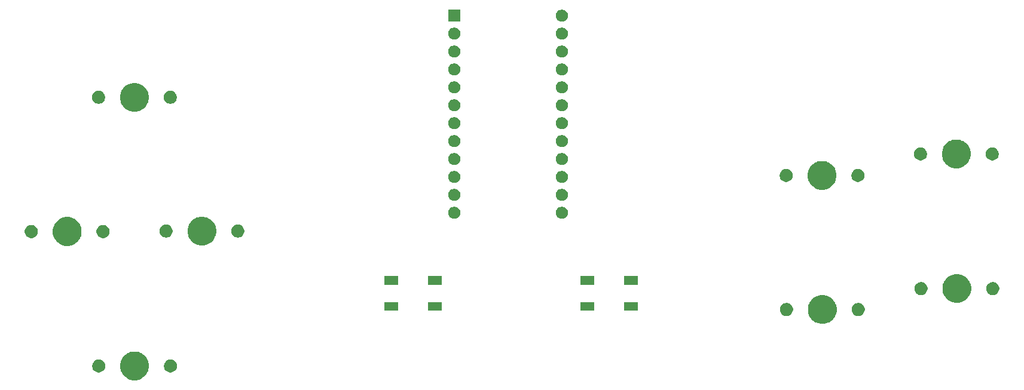
<source format=gts>
G04 #@! TF.GenerationSoftware,KiCad,Pcbnew,(5.1.4)-1*
G04 #@! TF.CreationDate,2022-05-26T19:20:09-08:00*
G04 #@! TF.ProjectId,No2 controller PCB,4e6f3220-636f-46e7-9472-6f6c6c657220,rev?*
G04 #@! TF.SameCoordinates,Original*
G04 #@! TF.FileFunction,Soldermask,Top*
G04 #@! TF.FilePolarity,Negative*
%FSLAX46Y46*%
G04 Gerber Fmt 4.6, Leading zero omitted, Abs format (unit mm)*
G04 Created by KiCad (PCBNEW (5.1.4)-1) date 2022-05-26 19:20:09*
%MOMM*%
%LPD*%
G04 APERTURE LIST*
%ADD10C,0.100000*%
G04 APERTURE END LIST*
D10*
G36*
X85294236Y-91024655D02*
G01*
X85512236Y-91114954D01*
X85666385Y-91178804D01*
X86001310Y-91402594D01*
X86286139Y-91687423D01*
X86509929Y-92022348D01*
X86542324Y-92100557D01*
X86664078Y-92394497D01*
X86742662Y-92789565D01*
X86742662Y-93192377D01*
X86664078Y-93587445D01*
X86613213Y-93710243D01*
X86509929Y-93959594D01*
X86286139Y-94294519D01*
X86001310Y-94579348D01*
X85666385Y-94803138D01*
X85512236Y-94866988D01*
X85294236Y-94957287D01*
X84899168Y-95035871D01*
X84496356Y-95035871D01*
X84101288Y-94957287D01*
X83883288Y-94866988D01*
X83729139Y-94803138D01*
X83394214Y-94579348D01*
X83109385Y-94294519D01*
X82885595Y-93959594D01*
X82782311Y-93710243D01*
X82731446Y-93587445D01*
X82652862Y-93192377D01*
X82652862Y-92789565D01*
X82731446Y-92394497D01*
X82853200Y-92100557D01*
X82885595Y-92022348D01*
X83109385Y-91687423D01*
X83394214Y-91402594D01*
X83729139Y-91178804D01*
X83883288Y-91114954D01*
X84101288Y-91024655D01*
X84496356Y-90946071D01*
X84899168Y-90946071D01*
X85294236Y-91024655D01*
X85294236Y-91024655D01*
G37*
G36*
X90047866Y-92100556D02*
G01*
X90216388Y-92170360D01*
X90368053Y-92271699D01*
X90497034Y-92400680D01*
X90598373Y-92552345D01*
X90668177Y-92720867D01*
X90703762Y-92899768D01*
X90703762Y-93082174D01*
X90668177Y-93261075D01*
X90598373Y-93429597D01*
X90497034Y-93581262D01*
X90368053Y-93710243D01*
X90216388Y-93811582D01*
X90047866Y-93881386D01*
X89868965Y-93916971D01*
X89686559Y-93916971D01*
X89507658Y-93881386D01*
X89339136Y-93811582D01*
X89187471Y-93710243D01*
X89058490Y-93581262D01*
X88957151Y-93429597D01*
X88887347Y-93261075D01*
X88851762Y-93082174D01*
X88851762Y-92899768D01*
X88887347Y-92720867D01*
X88957151Y-92552345D01*
X89058490Y-92400680D01*
X89187471Y-92271699D01*
X89339136Y-92170360D01*
X89507658Y-92100556D01*
X89686559Y-92064971D01*
X89868965Y-92064971D01*
X90047866Y-92100556D01*
X90047866Y-92100556D01*
G37*
G36*
X79887866Y-92100556D02*
G01*
X80056388Y-92170360D01*
X80208053Y-92271699D01*
X80337034Y-92400680D01*
X80438373Y-92552345D01*
X80508177Y-92720867D01*
X80543762Y-92899768D01*
X80543762Y-93082174D01*
X80508177Y-93261075D01*
X80438373Y-93429597D01*
X80337034Y-93581262D01*
X80208053Y-93710243D01*
X80056388Y-93811582D01*
X79887866Y-93881386D01*
X79708965Y-93916971D01*
X79526559Y-93916971D01*
X79347658Y-93881386D01*
X79179136Y-93811582D01*
X79027471Y-93710243D01*
X78898490Y-93581262D01*
X78797151Y-93429597D01*
X78727347Y-93261075D01*
X78691762Y-93082174D01*
X78691762Y-92899768D01*
X78727347Y-92720867D01*
X78797151Y-92552345D01*
X78898490Y-92400680D01*
X79027471Y-92271699D01*
X79179136Y-92170360D01*
X79347658Y-92100556D01*
X79526559Y-92064971D01*
X79708965Y-92064971D01*
X79887866Y-92100556D01*
X79887866Y-92100556D01*
G37*
G36*
X182714965Y-83018965D02*
G01*
X182932965Y-83109264D01*
X183087114Y-83173114D01*
X183422039Y-83396904D01*
X183706868Y-83681733D01*
X183930658Y-84016658D01*
X183963053Y-84094867D01*
X184084807Y-84388807D01*
X184163391Y-84783875D01*
X184163391Y-85186687D01*
X184084807Y-85581755D01*
X184033942Y-85704553D01*
X183930658Y-85953904D01*
X183706868Y-86288829D01*
X183422039Y-86573658D01*
X183087114Y-86797448D01*
X182932965Y-86861298D01*
X182714965Y-86951597D01*
X182319897Y-87030181D01*
X181917085Y-87030181D01*
X181522017Y-86951597D01*
X181304017Y-86861298D01*
X181149868Y-86797448D01*
X180814943Y-86573658D01*
X180530114Y-86288829D01*
X180306324Y-85953904D01*
X180203040Y-85704553D01*
X180152175Y-85581755D01*
X180073591Y-85186687D01*
X180073591Y-84783875D01*
X180152175Y-84388807D01*
X180273929Y-84094867D01*
X180306324Y-84016658D01*
X180530114Y-83681733D01*
X180814943Y-83396904D01*
X181149868Y-83173114D01*
X181304017Y-83109264D01*
X181522017Y-83018965D01*
X181917085Y-82940381D01*
X182319897Y-82940381D01*
X182714965Y-83018965D01*
X182714965Y-83018965D01*
G37*
G36*
X177308595Y-84094866D02*
G01*
X177477117Y-84164670D01*
X177628782Y-84266009D01*
X177757763Y-84394990D01*
X177859102Y-84546655D01*
X177928906Y-84715177D01*
X177964491Y-84894078D01*
X177964491Y-85076484D01*
X177928906Y-85255385D01*
X177859102Y-85423907D01*
X177757763Y-85575572D01*
X177628782Y-85704553D01*
X177477117Y-85805892D01*
X177308595Y-85875696D01*
X177129694Y-85911281D01*
X176947288Y-85911281D01*
X176768387Y-85875696D01*
X176599865Y-85805892D01*
X176448200Y-85704553D01*
X176319219Y-85575572D01*
X176217880Y-85423907D01*
X176148076Y-85255385D01*
X176112491Y-85076484D01*
X176112491Y-84894078D01*
X176148076Y-84715177D01*
X176217880Y-84546655D01*
X176319219Y-84394990D01*
X176448200Y-84266009D01*
X176599865Y-84164670D01*
X176768387Y-84094866D01*
X176947288Y-84059281D01*
X177129694Y-84059281D01*
X177308595Y-84094866D01*
X177308595Y-84094866D01*
G37*
G36*
X187468595Y-84094866D02*
G01*
X187637117Y-84164670D01*
X187788782Y-84266009D01*
X187917763Y-84394990D01*
X188019102Y-84546655D01*
X188088906Y-84715177D01*
X188124491Y-84894078D01*
X188124491Y-85076484D01*
X188088906Y-85255385D01*
X188019102Y-85423907D01*
X187917763Y-85575572D01*
X187788782Y-85704553D01*
X187637117Y-85805892D01*
X187468595Y-85875696D01*
X187289694Y-85911281D01*
X187107288Y-85911281D01*
X186928387Y-85875696D01*
X186759865Y-85805892D01*
X186608200Y-85704553D01*
X186479219Y-85575572D01*
X186377880Y-85423907D01*
X186308076Y-85255385D01*
X186272491Y-85076484D01*
X186272491Y-84894078D01*
X186308076Y-84715177D01*
X186377880Y-84546655D01*
X186479219Y-84394990D01*
X186608200Y-84266009D01*
X186759865Y-84164670D01*
X186928387Y-84094866D01*
X187107288Y-84059281D01*
X187289694Y-84059281D01*
X187468595Y-84094866D01*
X187468595Y-84094866D01*
G37*
G36*
X155974750Y-85159750D02*
G01*
X154072750Y-85159750D01*
X154072750Y-83957750D01*
X155974750Y-83957750D01*
X155974750Y-85159750D01*
X155974750Y-85159750D01*
G37*
G36*
X128193500Y-85159750D02*
G01*
X126291500Y-85159750D01*
X126291500Y-83957750D01*
X128193500Y-83957750D01*
X128193500Y-85159750D01*
X128193500Y-85159750D01*
G37*
G36*
X121993500Y-85159750D02*
G01*
X120091500Y-85159750D01*
X120091500Y-83957750D01*
X121993500Y-83957750D01*
X121993500Y-85159750D01*
X121993500Y-85159750D01*
G37*
G36*
X149774750Y-85159750D02*
G01*
X147872750Y-85159750D01*
X147872750Y-83957750D01*
X149774750Y-83957750D01*
X149774750Y-85159750D01*
X149774750Y-85159750D01*
G37*
G36*
X201765979Y-80046808D02*
G01*
X201983979Y-80137107D01*
X202138128Y-80200957D01*
X202473053Y-80424747D01*
X202757882Y-80709576D01*
X202981672Y-81044501D01*
X203014067Y-81122710D01*
X203135821Y-81416650D01*
X203214405Y-81811718D01*
X203214405Y-82214530D01*
X203135821Y-82609598D01*
X203084956Y-82732396D01*
X202981672Y-82981747D01*
X202757882Y-83316672D01*
X202473053Y-83601501D01*
X202138128Y-83825291D01*
X201983979Y-83889141D01*
X201765979Y-83979440D01*
X201370911Y-84058024D01*
X200968099Y-84058024D01*
X200573031Y-83979440D01*
X200355031Y-83889141D01*
X200200882Y-83825291D01*
X199865957Y-83601501D01*
X199581128Y-83316672D01*
X199357338Y-82981747D01*
X199254054Y-82732396D01*
X199203189Y-82609598D01*
X199124605Y-82214530D01*
X199124605Y-81811718D01*
X199203189Y-81416650D01*
X199324943Y-81122710D01*
X199357338Y-81044501D01*
X199581128Y-80709576D01*
X199865957Y-80424747D01*
X200200882Y-80200957D01*
X200355031Y-80137107D01*
X200573031Y-80046808D01*
X200968099Y-79968224D01*
X201370911Y-79968224D01*
X201765979Y-80046808D01*
X201765979Y-80046808D01*
G37*
G36*
X196359609Y-81122709D02*
G01*
X196528131Y-81192513D01*
X196679796Y-81293852D01*
X196808777Y-81422833D01*
X196910116Y-81574498D01*
X196979920Y-81743020D01*
X197015505Y-81921921D01*
X197015505Y-82104327D01*
X196979920Y-82283228D01*
X196910116Y-82451750D01*
X196808777Y-82603415D01*
X196679796Y-82732396D01*
X196528131Y-82833735D01*
X196359609Y-82903539D01*
X196180708Y-82939124D01*
X195998302Y-82939124D01*
X195819401Y-82903539D01*
X195650879Y-82833735D01*
X195499214Y-82732396D01*
X195370233Y-82603415D01*
X195268894Y-82451750D01*
X195199090Y-82283228D01*
X195163505Y-82104327D01*
X195163505Y-81921921D01*
X195199090Y-81743020D01*
X195268894Y-81574498D01*
X195370233Y-81422833D01*
X195499214Y-81293852D01*
X195650879Y-81192513D01*
X195819401Y-81122709D01*
X195998302Y-81087124D01*
X196180708Y-81087124D01*
X196359609Y-81122709D01*
X196359609Y-81122709D01*
G37*
G36*
X206519609Y-81122709D02*
G01*
X206688131Y-81192513D01*
X206839796Y-81293852D01*
X206968777Y-81422833D01*
X207070116Y-81574498D01*
X207139920Y-81743020D01*
X207175505Y-81921921D01*
X207175505Y-82104327D01*
X207139920Y-82283228D01*
X207070116Y-82451750D01*
X206968777Y-82603415D01*
X206839796Y-82732396D01*
X206688131Y-82833735D01*
X206519609Y-82903539D01*
X206340708Y-82939124D01*
X206158302Y-82939124D01*
X205979401Y-82903539D01*
X205810879Y-82833735D01*
X205659214Y-82732396D01*
X205530233Y-82603415D01*
X205428894Y-82451750D01*
X205359090Y-82283228D01*
X205323505Y-82104327D01*
X205323505Y-81921921D01*
X205359090Y-81743020D01*
X205428894Y-81574498D01*
X205530233Y-81422833D01*
X205659214Y-81293852D01*
X205810879Y-81192513D01*
X205979401Y-81122709D01*
X206158302Y-81087124D01*
X206340708Y-81087124D01*
X206519609Y-81122709D01*
X206519609Y-81122709D01*
G37*
G36*
X149774750Y-81459750D02*
G01*
X147872750Y-81459750D01*
X147872750Y-80257750D01*
X149774750Y-80257750D01*
X149774750Y-81459750D01*
X149774750Y-81459750D01*
G37*
G36*
X155974750Y-81459750D02*
G01*
X154072750Y-81459750D01*
X154072750Y-80257750D01*
X155974750Y-80257750D01*
X155974750Y-81459750D01*
X155974750Y-81459750D01*
G37*
G36*
X128193500Y-81459750D02*
G01*
X126291500Y-81459750D01*
X126291500Y-80257750D01*
X128193500Y-80257750D01*
X128193500Y-81459750D01*
X128193500Y-81459750D01*
G37*
G36*
X121993500Y-81459750D02*
G01*
X120091500Y-81459750D01*
X120091500Y-80257750D01*
X121993500Y-80257750D01*
X121993500Y-81459750D01*
X121993500Y-81459750D01*
G37*
G36*
X75751176Y-71969219D02*
G01*
X75904908Y-72032897D01*
X76123325Y-72123368D01*
X76458250Y-72347158D01*
X76743079Y-72631987D01*
X76966869Y-72966912D01*
X76999264Y-73045121D01*
X77121018Y-73339061D01*
X77199602Y-73734129D01*
X77199602Y-74136941D01*
X77121018Y-74532009D01*
X77030719Y-74750009D01*
X76966869Y-74904158D01*
X76743079Y-75239083D01*
X76458250Y-75523912D01*
X76123325Y-75747702D01*
X75969176Y-75811552D01*
X75751176Y-75901851D01*
X75356108Y-75980435D01*
X74953296Y-75980435D01*
X74558228Y-75901851D01*
X74340228Y-75811552D01*
X74186079Y-75747702D01*
X73851154Y-75523912D01*
X73566325Y-75239083D01*
X73342535Y-74904158D01*
X73278685Y-74750009D01*
X73188386Y-74532009D01*
X73109802Y-74136941D01*
X73109802Y-73734129D01*
X73188386Y-73339061D01*
X73310140Y-73045121D01*
X73342535Y-72966912D01*
X73566325Y-72631987D01*
X73851154Y-72347158D01*
X74186079Y-72123368D01*
X74404496Y-72032897D01*
X74558228Y-71969219D01*
X74953296Y-71890635D01*
X75356108Y-71890635D01*
X75751176Y-71969219D01*
X75751176Y-71969219D01*
G37*
G36*
X94837297Y-71907849D02*
G01*
X94985457Y-71969219D01*
X95209446Y-72061998D01*
X95544371Y-72285788D01*
X95829200Y-72570617D01*
X96052990Y-72905542D01*
X96085385Y-72983751D01*
X96207139Y-73277691D01*
X96285723Y-73672759D01*
X96285723Y-74075571D01*
X96207139Y-74470639D01*
X96156274Y-74593437D01*
X96052990Y-74842788D01*
X95829200Y-75177713D01*
X95544371Y-75462542D01*
X95209446Y-75686332D01*
X95061285Y-75747702D01*
X94837297Y-75840481D01*
X94442229Y-75919065D01*
X94039417Y-75919065D01*
X93644349Y-75840481D01*
X93420361Y-75747702D01*
X93272200Y-75686332D01*
X92937275Y-75462542D01*
X92652446Y-75177713D01*
X92428656Y-74842788D01*
X92325372Y-74593437D01*
X92274507Y-74470639D01*
X92195923Y-74075571D01*
X92195923Y-73672759D01*
X92274507Y-73277691D01*
X92396261Y-72983751D01*
X92428656Y-72905542D01*
X92652446Y-72570617D01*
X92937275Y-72285788D01*
X93272200Y-72061998D01*
X93496189Y-71969219D01*
X93644349Y-71907849D01*
X94039417Y-71829265D01*
X94442229Y-71829265D01*
X94837297Y-71907849D01*
X94837297Y-71907849D01*
G37*
G36*
X80504806Y-73045120D02*
G01*
X80673328Y-73114924D01*
X80824993Y-73216263D01*
X80953974Y-73345244D01*
X81055313Y-73496909D01*
X81125117Y-73665431D01*
X81160702Y-73844332D01*
X81160702Y-74026738D01*
X81125117Y-74205639D01*
X81055313Y-74374161D01*
X80953974Y-74525826D01*
X80824993Y-74654807D01*
X80673328Y-74756146D01*
X80504806Y-74825950D01*
X80325905Y-74861535D01*
X80143499Y-74861535D01*
X79964598Y-74825950D01*
X79796076Y-74756146D01*
X79644411Y-74654807D01*
X79515430Y-74525826D01*
X79414091Y-74374161D01*
X79344287Y-74205639D01*
X79308702Y-74026738D01*
X79308702Y-73844332D01*
X79344287Y-73665431D01*
X79414091Y-73496909D01*
X79515430Y-73345244D01*
X79644411Y-73216263D01*
X79796076Y-73114924D01*
X79964598Y-73045120D01*
X80143499Y-73009535D01*
X80325905Y-73009535D01*
X80504806Y-73045120D01*
X80504806Y-73045120D01*
G37*
G36*
X70344806Y-73045120D02*
G01*
X70513328Y-73114924D01*
X70664993Y-73216263D01*
X70793974Y-73345244D01*
X70895313Y-73496909D01*
X70965117Y-73665431D01*
X71000702Y-73844332D01*
X71000702Y-74026738D01*
X70965117Y-74205639D01*
X70895313Y-74374161D01*
X70793974Y-74525826D01*
X70664993Y-74654807D01*
X70513328Y-74756146D01*
X70344806Y-74825950D01*
X70165905Y-74861535D01*
X69983499Y-74861535D01*
X69804598Y-74825950D01*
X69636076Y-74756146D01*
X69484411Y-74654807D01*
X69355430Y-74525826D01*
X69254091Y-74374161D01*
X69184287Y-74205639D01*
X69148702Y-74026738D01*
X69148702Y-73844332D01*
X69184287Y-73665431D01*
X69254091Y-73496909D01*
X69355430Y-73345244D01*
X69484411Y-73216263D01*
X69636076Y-73114924D01*
X69804598Y-73045120D01*
X69983499Y-73009535D01*
X70165905Y-73009535D01*
X70344806Y-73045120D01*
X70344806Y-73045120D01*
G37*
G36*
X99590927Y-72983750D02*
G01*
X99759449Y-73053554D01*
X99911114Y-73154893D01*
X100040095Y-73283874D01*
X100141434Y-73435539D01*
X100211238Y-73604061D01*
X100246823Y-73782962D01*
X100246823Y-73965368D01*
X100211238Y-74144269D01*
X100141434Y-74312791D01*
X100040095Y-74464456D01*
X99911114Y-74593437D01*
X99759449Y-74694776D01*
X99590927Y-74764580D01*
X99412026Y-74800165D01*
X99229620Y-74800165D01*
X99050719Y-74764580D01*
X98882197Y-74694776D01*
X98730532Y-74593437D01*
X98601551Y-74464456D01*
X98500212Y-74312791D01*
X98430408Y-74144269D01*
X98394823Y-73965368D01*
X98394823Y-73782962D01*
X98430408Y-73604061D01*
X98500212Y-73435539D01*
X98601551Y-73283874D01*
X98730532Y-73154893D01*
X98882197Y-73053554D01*
X99050719Y-72983750D01*
X99229620Y-72948165D01*
X99412026Y-72948165D01*
X99590927Y-72983750D01*
X99590927Y-72983750D01*
G37*
G36*
X89430927Y-72983750D02*
G01*
X89599449Y-73053554D01*
X89751114Y-73154893D01*
X89880095Y-73283874D01*
X89981434Y-73435539D01*
X90051238Y-73604061D01*
X90086823Y-73782962D01*
X90086823Y-73965368D01*
X90051238Y-74144269D01*
X89981434Y-74312791D01*
X89880095Y-74464456D01*
X89751114Y-74593437D01*
X89599449Y-74694776D01*
X89430927Y-74764580D01*
X89252026Y-74800165D01*
X89069620Y-74800165D01*
X88890719Y-74764580D01*
X88722197Y-74694776D01*
X88570532Y-74593437D01*
X88441551Y-74464456D01*
X88340212Y-74312791D01*
X88270408Y-74144269D01*
X88234823Y-73965368D01*
X88234823Y-73782962D01*
X88270408Y-73604061D01*
X88340212Y-73435539D01*
X88441551Y-73283874D01*
X88570532Y-73154893D01*
X88722197Y-73053554D01*
X88890719Y-72983750D01*
X89069620Y-72948165D01*
X89252026Y-72948165D01*
X89430927Y-72983750D01*
X89430927Y-72983750D01*
G37*
G36*
X145467839Y-70460453D02*
G01*
X145622711Y-70524603D01*
X145762092Y-70617735D01*
X145880626Y-70736269D01*
X145973758Y-70875650D01*
X146037908Y-71030522D01*
X146070611Y-71194934D01*
X146070611Y-71362566D01*
X146037908Y-71526978D01*
X145973758Y-71681850D01*
X145880626Y-71821231D01*
X145762092Y-71939765D01*
X145622711Y-72032897D01*
X145467839Y-72097047D01*
X145303427Y-72129750D01*
X145135795Y-72129750D01*
X144971383Y-72097047D01*
X144816511Y-72032897D01*
X144677130Y-71939765D01*
X144558596Y-71821231D01*
X144465464Y-71681850D01*
X144401314Y-71526978D01*
X144368611Y-71362566D01*
X144368611Y-71194934D01*
X144401314Y-71030522D01*
X144465464Y-70875650D01*
X144558596Y-70736269D01*
X144677130Y-70617735D01*
X144816511Y-70524603D01*
X144971383Y-70460453D01*
X145135795Y-70427750D01*
X145303427Y-70427750D01*
X145467839Y-70460453D01*
X145467839Y-70460453D01*
G37*
G36*
X130227839Y-70460453D02*
G01*
X130382711Y-70524603D01*
X130522092Y-70617735D01*
X130640626Y-70736269D01*
X130733758Y-70875650D01*
X130797908Y-71030522D01*
X130830611Y-71194934D01*
X130830611Y-71362566D01*
X130797908Y-71526978D01*
X130733758Y-71681850D01*
X130640626Y-71821231D01*
X130522092Y-71939765D01*
X130382711Y-72032897D01*
X130227839Y-72097047D01*
X130063427Y-72129750D01*
X129895795Y-72129750D01*
X129731383Y-72097047D01*
X129576511Y-72032897D01*
X129437130Y-71939765D01*
X129318596Y-71821231D01*
X129225464Y-71681850D01*
X129161314Y-71526978D01*
X129128611Y-71362566D01*
X129128611Y-71194934D01*
X129161314Y-71030522D01*
X129225464Y-70875650D01*
X129318596Y-70736269D01*
X129437130Y-70617735D01*
X129576511Y-70524603D01*
X129731383Y-70460453D01*
X129895795Y-70427750D01*
X130063427Y-70427750D01*
X130227839Y-70460453D01*
X130227839Y-70460453D01*
G37*
G36*
X130227839Y-67920453D02*
G01*
X130382711Y-67984603D01*
X130522092Y-68077735D01*
X130640626Y-68196269D01*
X130733758Y-68335650D01*
X130797908Y-68490522D01*
X130830611Y-68654934D01*
X130830611Y-68822566D01*
X130797908Y-68986978D01*
X130733758Y-69141850D01*
X130640626Y-69281231D01*
X130522092Y-69399765D01*
X130382711Y-69492897D01*
X130227839Y-69557047D01*
X130063427Y-69589750D01*
X129895795Y-69589750D01*
X129731383Y-69557047D01*
X129576511Y-69492897D01*
X129437130Y-69399765D01*
X129318596Y-69281231D01*
X129225464Y-69141850D01*
X129161314Y-68986978D01*
X129128611Y-68822566D01*
X129128611Y-68654934D01*
X129161314Y-68490522D01*
X129225464Y-68335650D01*
X129318596Y-68196269D01*
X129437130Y-68077735D01*
X129576511Y-67984603D01*
X129731383Y-67920453D01*
X129895795Y-67887750D01*
X130063427Y-67887750D01*
X130227839Y-67920453D01*
X130227839Y-67920453D01*
G37*
G36*
X145467839Y-67920453D02*
G01*
X145622711Y-67984603D01*
X145762092Y-68077735D01*
X145880626Y-68196269D01*
X145973758Y-68335650D01*
X146037908Y-68490522D01*
X146070611Y-68654934D01*
X146070611Y-68822566D01*
X146037908Y-68986978D01*
X145973758Y-69141850D01*
X145880626Y-69281231D01*
X145762092Y-69399765D01*
X145622711Y-69492897D01*
X145467839Y-69557047D01*
X145303427Y-69589750D01*
X145135795Y-69589750D01*
X144971383Y-69557047D01*
X144816511Y-69492897D01*
X144677130Y-69399765D01*
X144558596Y-69281231D01*
X144465464Y-69141850D01*
X144401314Y-68986978D01*
X144368611Y-68822566D01*
X144368611Y-68654934D01*
X144401314Y-68490522D01*
X144465464Y-68335650D01*
X144558596Y-68196269D01*
X144677130Y-68077735D01*
X144816511Y-67984603D01*
X144971383Y-67920453D01*
X145135795Y-67887750D01*
X145303427Y-67887750D01*
X145467839Y-67920453D01*
X145467839Y-67920453D01*
G37*
G36*
X182666259Y-64015495D02*
G01*
X182884259Y-64105794D01*
X183038408Y-64169644D01*
X183373333Y-64393434D01*
X183658162Y-64678263D01*
X183881952Y-65013188D01*
X183914347Y-65091397D01*
X184036101Y-65385337D01*
X184114685Y-65780405D01*
X184114685Y-66183217D01*
X184036101Y-66578285D01*
X183985236Y-66701083D01*
X183881952Y-66950434D01*
X183658162Y-67285359D01*
X183373333Y-67570188D01*
X183038408Y-67793978D01*
X182884259Y-67857828D01*
X182666259Y-67948127D01*
X182271191Y-68026711D01*
X181868379Y-68026711D01*
X181473311Y-67948127D01*
X181255311Y-67857828D01*
X181101162Y-67793978D01*
X180766237Y-67570188D01*
X180481408Y-67285359D01*
X180257618Y-66950434D01*
X180154334Y-66701083D01*
X180103469Y-66578285D01*
X180024885Y-66183217D01*
X180024885Y-65780405D01*
X180103469Y-65385337D01*
X180225223Y-65091397D01*
X180257618Y-65013188D01*
X180481408Y-64678263D01*
X180766237Y-64393434D01*
X181101162Y-64169644D01*
X181255311Y-64105794D01*
X181473311Y-64015495D01*
X181868379Y-63936911D01*
X182271191Y-63936911D01*
X182666259Y-64015495D01*
X182666259Y-64015495D01*
G37*
G36*
X130227839Y-65380453D02*
G01*
X130382711Y-65444603D01*
X130522092Y-65537735D01*
X130640626Y-65656269D01*
X130733758Y-65795650D01*
X130797908Y-65950522D01*
X130830611Y-66114934D01*
X130830611Y-66282566D01*
X130797908Y-66446978D01*
X130733758Y-66601850D01*
X130640626Y-66741231D01*
X130522092Y-66859765D01*
X130382711Y-66952897D01*
X130227839Y-67017047D01*
X130063427Y-67049750D01*
X129895795Y-67049750D01*
X129731383Y-67017047D01*
X129576511Y-66952897D01*
X129437130Y-66859765D01*
X129318596Y-66741231D01*
X129225464Y-66601850D01*
X129161314Y-66446978D01*
X129128611Y-66282566D01*
X129128611Y-66114934D01*
X129161314Y-65950522D01*
X129225464Y-65795650D01*
X129318596Y-65656269D01*
X129437130Y-65537735D01*
X129576511Y-65444603D01*
X129731383Y-65380453D01*
X129895795Y-65347750D01*
X130063427Y-65347750D01*
X130227839Y-65380453D01*
X130227839Y-65380453D01*
G37*
G36*
X145467839Y-65380453D02*
G01*
X145622711Y-65444603D01*
X145762092Y-65537735D01*
X145880626Y-65656269D01*
X145973758Y-65795650D01*
X146037908Y-65950522D01*
X146070611Y-66114934D01*
X146070611Y-66282566D01*
X146037908Y-66446978D01*
X145973758Y-66601850D01*
X145880626Y-66741231D01*
X145762092Y-66859765D01*
X145622711Y-66952897D01*
X145467839Y-67017047D01*
X145303427Y-67049750D01*
X145135795Y-67049750D01*
X144971383Y-67017047D01*
X144816511Y-66952897D01*
X144677130Y-66859765D01*
X144558596Y-66741231D01*
X144465464Y-66601850D01*
X144401314Y-66446978D01*
X144368611Y-66282566D01*
X144368611Y-66114934D01*
X144401314Y-65950522D01*
X144465464Y-65795650D01*
X144558596Y-65656269D01*
X144677130Y-65537735D01*
X144816511Y-65444603D01*
X144971383Y-65380453D01*
X145135795Y-65347750D01*
X145303427Y-65347750D01*
X145467839Y-65380453D01*
X145467839Y-65380453D01*
G37*
G36*
X187419889Y-65091396D02*
G01*
X187588411Y-65161200D01*
X187740076Y-65262539D01*
X187869057Y-65391520D01*
X187970396Y-65543185D01*
X188040200Y-65711707D01*
X188075785Y-65890608D01*
X188075785Y-66073014D01*
X188040200Y-66251915D01*
X187970396Y-66420437D01*
X187869057Y-66572102D01*
X187740076Y-66701083D01*
X187588411Y-66802422D01*
X187419889Y-66872226D01*
X187240988Y-66907811D01*
X187058582Y-66907811D01*
X186879681Y-66872226D01*
X186711159Y-66802422D01*
X186559494Y-66701083D01*
X186430513Y-66572102D01*
X186329174Y-66420437D01*
X186259370Y-66251915D01*
X186223785Y-66073014D01*
X186223785Y-65890608D01*
X186259370Y-65711707D01*
X186329174Y-65543185D01*
X186430513Y-65391520D01*
X186559494Y-65262539D01*
X186711159Y-65161200D01*
X186879681Y-65091396D01*
X187058582Y-65055811D01*
X187240988Y-65055811D01*
X187419889Y-65091396D01*
X187419889Y-65091396D01*
G37*
G36*
X177259889Y-65091396D02*
G01*
X177428411Y-65161200D01*
X177580076Y-65262539D01*
X177709057Y-65391520D01*
X177810396Y-65543185D01*
X177880200Y-65711707D01*
X177915785Y-65890608D01*
X177915785Y-66073014D01*
X177880200Y-66251915D01*
X177810396Y-66420437D01*
X177709057Y-66572102D01*
X177580076Y-66701083D01*
X177428411Y-66802422D01*
X177259889Y-66872226D01*
X177080988Y-66907811D01*
X176898582Y-66907811D01*
X176719681Y-66872226D01*
X176551159Y-66802422D01*
X176399494Y-66701083D01*
X176270513Y-66572102D01*
X176169174Y-66420437D01*
X176099370Y-66251915D01*
X176063785Y-66073014D01*
X176063785Y-65890608D01*
X176099370Y-65711707D01*
X176169174Y-65543185D01*
X176270513Y-65391520D01*
X176399494Y-65262539D01*
X176551159Y-65161200D01*
X176719681Y-65091396D01*
X176898582Y-65055811D01*
X177080988Y-65055811D01*
X177259889Y-65091396D01*
X177259889Y-65091396D01*
G37*
G36*
X201695937Y-60968259D02*
G01*
X201913937Y-61058558D01*
X202068086Y-61122408D01*
X202403011Y-61346198D01*
X202687840Y-61631027D01*
X202911630Y-61965952D01*
X202944025Y-62044161D01*
X203065779Y-62338101D01*
X203144363Y-62733169D01*
X203144363Y-63135981D01*
X203065779Y-63531049D01*
X203014914Y-63653847D01*
X202911630Y-63903198D01*
X202687840Y-64238123D01*
X202403011Y-64522952D01*
X202068086Y-64746742D01*
X201913937Y-64810592D01*
X201695937Y-64900891D01*
X201300869Y-64979475D01*
X200898057Y-64979475D01*
X200502989Y-64900891D01*
X200284989Y-64810592D01*
X200130840Y-64746742D01*
X199795915Y-64522952D01*
X199511086Y-64238123D01*
X199287296Y-63903198D01*
X199184012Y-63653847D01*
X199133147Y-63531049D01*
X199054563Y-63135981D01*
X199054563Y-62733169D01*
X199133147Y-62338101D01*
X199254901Y-62044161D01*
X199287296Y-61965952D01*
X199511086Y-61631027D01*
X199795915Y-61346198D01*
X200130840Y-61122408D01*
X200284989Y-61058558D01*
X200502989Y-60968259D01*
X200898057Y-60889675D01*
X201300869Y-60889675D01*
X201695937Y-60968259D01*
X201695937Y-60968259D01*
G37*
G36*
X130227839Y-62840453D02*
G01*
X130382711Y-62904603D01*
X130522092Y-62997735D01*
X130640626Y-63116269D01*
X130733758Y-63255650D01*
X130797908Y-63410522D01*
X130830611Y-63574934D01*
X130830611Y-63742566D01*
X130797908Y-63906978D01*
X130733758Y-64061850D01*
X130640626Y-64201231D01*
X130522092Y-64319765D01*
X130382711Y-64412897D01*
X130227839Y-64477047D01*
X130063427Y-64509750D01*
X129895795Y-64509750D01*
X129731383Y-64477047D01*
X129576511Y-64412897D01*
X129437130Y-64319765D01*
X129318596Y-64201231D01*
X129225464Y-64061850D01*
X129161314Y-63906978D01*
X129128611Y-63742566D01*
X129128611Y-63574934D01*
X129161314Y-63410522D01*
X129225464Y-63255650D01*
X129318596Y-63116269D01*
X129437130Y-62997735D01*
X129576511Y-62904603D01*
X129731383Y-62840453D01*
X129895795Y-62807750D01*
X130063427Y-62807750D01*
X130227839Y-62840453D01*
X130227839Y-62840453D01*
G37*
G36*
X145467839Y-62840453D02*
G01*
X145622711Y-62904603D01*
X145762092Y-62997735D01*
X145880626Y-63116269D01*
X145973758Y-63255650D01*
X146037908Y-63410522D01*
X146070611Y-63574934D01*
X146070611Y-63742566D01*
X146037908Y-63906978D01*
X145973758Y-64061850D01*
X145880626Y-64201231D01*
X145762092Y-64319765D01*
X145622711Y-64412897D01*
X145467839Y-64477047D01*
X145303427Y-64509750D01*
X145135795Y-64509750D01*
X144971383Y-64477047D01*
X144816511Y-64412897D01*
X144677130Y-64319765D01*
X144558596Y-64201231D01*
X144465464Y-64061850D01*
X144401314Y-63906978D01*
X144368611Y-63742566D01*
X144368611Y-63574934D01*
X144401314Y-63410522D01*
X144465464Y-63255650D01*
X144558596Y-63116269D01*
X144677130Y-62997735D01*
X144816511Y-62904603D01*
X144971383Y-62840453D01*
X145135795Y-62807750D01*
X145303427Y-62807750D01*
X145467839Y-62840453D01*
X145467839Y-62840453D01*
G37*
G36*
X206449567Y-62044160D02*
G01*
X206618089Y-62113964D01*
X206769754Y-62215303D01*
X206898735Y-62344284D01*
X207000074Y-62495949D01*
X207069878Y-62664471D01*
X207105463Y-62843372D01*
X207105463Y-63025778D01*
X207069878Y-63204679D01*
X207000074Y-63373201D01*
X206898735Y-63524866D01*
X206769754Y-63653847D01*
X206618089Y-63755186D01*
X206449567Y-63824990D01*
X206270666Y-63860575D01*
X206088260Y-63860575D01*
X205909359Y-63824990D01*
X205740837Y-63755186D01*
X205589172Y-63653847D01*
X205460191Y-63524866D01*
X205358852Y-63373201D01*
X205289048Y-63204679D01*
X205253463Y-63025778D01*
X205253463Y-62843372D01*
X205289048Y-62664471D01*
X205358852Y-62495949D01*
X205460191Y-62344284D01*
X205589172Y-62215303D01*
X205740837Y-62113964D01*
X205909359Y-62044160D01*
X206088260Y-62008575D01*
X206270666Y-62008575D01*
X206449567Y-62044160D01*
X206449567Y-62044160D01*
G37*
G36*
X196289567Y-62044160D02*
G01*
X196458089Y-62113964D01*
X196609754Y-62215303D01*
X196738735Y-62344284D01*
X196840074Y-62495949D01*
X196909878Y-62664471D01*
X196945463Y-62843372D01*
X196945463Y-63025778D01*
X196909878Y-63204679D01*
X196840074Y-63373201D01*
X196738735Y-63524866D01*
X196609754Y-63653847D01*
X196458089Y-63755186D01*
X196289567Y-63824990D01*
X196110666Y-63860575D01*
X195928260Y-63860575D01*
X195749359Y-63824990D01*
X195580837Y-63755186D01*
X195429172Y-63653847D01*
X195300191Y-63524866D01*
X195198852Y-63373201D01*
X195129048Y-63204679D01*
X195093463Y-63025778D01*
X195093463Y-62843372D01*
X195129048Y-62664471D01*
X195198852Y-62495949D01*
X195300191Y-62344284D01*
X195429172Y-62215303D01*
X195580837Y-62113964D01*
X195749359Y-62044160D01*
X195928260Y-62008575D01*
X196110666Y-62008575D01*
X196289567Y-62044160D01*
X196289567Y-62044160D01*
G37*
G36*
X145467839Y-60300453D02*
G01*
X145622711Y-60364603D01*
X145762092Y-60457735D01*
X145880626Y-60576269D01*
X145973758Y-60715650D01*
X146037908Y-60870522D01*
X146070611Y-61034934D01*
X146070611Y-61202566D01*
X146037908Y-61366978D01*
X145973758Y-61521850D01*
X145880626Y-61661231D01*
X145762092Y-61779765D01*
X145622711Y-61872897D01*
X145467839Y-61937047D01*
X145303427Y-61969750D01*
X145135795Y-61969750D01*
X144971383Y-61937047D01*
X144816511Y-61872897D01*
X144677130Y-61779765D01*
X144558596Y-61661231D01*
X144465464Y-61521850D01*
X144401314Y-61366978D01*
X144368611Y-61202566D01*
X144368611Y-61034934D01*
X144401314Y-60870522D01*
X144465464Y-60715650D01*
X144558596Y-60576269D01*
X144677130Y-60457735D01*
X144816511Y-60364603D01*
X144971383Y-60300453D01*
X145135795Y-60267750D01*
X145303427Y-60267750D01*
X145467839Y-60300453D01*
X145467839Y-60300453D01*
G37*
G36*
X130227839Y-60300453D02*
G01*
X130382711Y-60364603D01*
X130522092Y-60457735D01*
X130640626Y-60576269D01*
X130733758Y-60715650D01*
X130797908Y-60870522D01*
X130830611Y-61034934D01*
X130830611Y-61202566D01*
X130797908Y-61366978D01*
X130733758Y-61521850D01*
X130640626Y-61661231D01*
X130522092Y-61779765D01*
X130382711Y-61872897D01*
X130227839Y-61937047D01*
X130063427Y-61969750D01*
X129895795Y-61969750D01*
X129731383Y-61937047D01*
X129576511Y-61872897D01*
X129437130Y-61779765D01*
X129318596Y-61661231D01*
X129225464Y-61521850D01*
X129161314Y-61366978D01*
X129128611Y-61202566D01*
X129128611Y-61034934D01*
X129161314Y-60870522D01*
X129225464Y-60715650D01*
X129318596Y-60576269D01*
X129437130Y-60457735D01*
X129576511Y-60364603D01*
X129731383Y-60300453D01*
X129895795Y-60267750D01*
X130063427Y-60267750D01*
X130227839Y-60300453D01*
X130227839Y-60300453D01*
G37*
G36*
X145467839Y-57760453D02*
G01*
X145622711Y-57824603D01*
X145762092Y-57917735D01*
X145880626Y-58036269D01*
X145973758Y-58175650D01*
X146037908Y-58330522D01*
X146070611Y-58494934D01*
X146070611Y-58662566D01*
X146037908Y-58826978D01*
X145973758Y-58981850D01*
X145880626Y-59121231D01*
X145762092Y-59239765D01*
X145622711Y-59332897D01*
X145467839Y-59397047D01*
X145303427Y-59429750D01*
X145135795Y-59429750D01*
X144971383Y-59397047D01*
X144816511Y-59332897D01*
X144677130Y-59239765D01*
X144558596Y-59121231D01*
X144465464Y-58981850D01*
X144401314Y-58826978D01*
X144368611Y-58662566D01*
X144368611Y-58494934D01*
X144401314Y-58330522D01*
X144465464Y-58175650D01*
X144558596Y-58036269D01*
X144677130Y-57917735D01*
X144816511Y-57824603D01*
X144971383Y-57760453D01*
X145135795Y-57727750D01*
X145303427Y-57727750D01*
X145467839Y-57760453D01*
X145467839Y-57760453D01*
G37*
G36*
X130227839Y-57760453D02*
G01*
X130382711Y-57824603D01*
X130522092Y-57917735D01*
X130640626Y-58036269D01*
X130733758Y-58175650D01*
X130797908Y-58330522D01*
X130830611Y-58494934D01*
X130830611Y-58662566D01*
X130797908Y-58826978D01*
X130733758Y-58981850D01*
X130640626Y-59121231D01*
X130522092Y-59239765D01*
X130382711Y-59332897D01*
X130227839Y-59397047D01*
X130063427Y-59429750D01*
X129895795Y-59429750D01*
X129731383Y-59397047D01*
X129576511Y-59332897D01*
X129437130Y-59239765D01*
X129318596Y-59121231D01*
X129225464Y-58981850D01*
X129161314Y-58826978D01*
X129128611Y-58662566D01*
X129128611Y-58494934D01*
X129161314Y-58330522D01*
X129225464Y-58175650D01*
X129318596Y-58036269D01*
X129437130Y-57917735D01*
X129576511Y-57824603D01*
X129731383Y-57760453D01*
X129895795Y-57727750D01*
X130063427Y-57727750D01*
X130227839Y-57760453D01*
X130227839Y-57760453D01*
G37*
G36*
X85281612Y-52945842D02*
G01*
X85499612Y-53036141D01*
X85653761Y-53099991D01*
X85988686Y-53323781D01*
X86273515Y-53608610D01*
X86497305Y-53943535D01*
X86529700Y-54021744D01*
X86651454Y-54315684D01*
X86730038Y-54710752D01*
X86730038Y-55113564D01*
X86651454Y-55508632D01*
X86600589Y-55631430D01*
X86497305Y-55880781D01*
X86273515Y-56215706D01*
X85988686Y-56500535D01*
X85653761Y-56724325D01*
X85499612Y-56788175D01*
X85281612Y-56878474D01*
X84886544Y-56957058D01*
X84483732Y-56957058D01*
X84088664Y-56878474D01*
X83870664Y-56788175D01*
X83716515Y-56724325D01*
X83381590Y-56500535D01*
X83096761Y-56215706D01*
X82872971Y-55880781D01*
X82769687Y-55631430D01*
X82718822Y-55508632D01*
X82640238Y-55113564D01*
X82640238Y-54710752D01*
X82718822Y-54315684D01*
X82840576Y-54021744D01*
X82872971Y-53943535D01*
X83096761Y-53608610D01*
X83381590Y-53323781D01*
X83716515Y-53099991D01*
X83870664Y-53036141D01*
X84088664Y-52945842D01*
X84483732Y-52867258D01*
X84886544Y-52867258D01*
X85281612Y-52945842D01*
X85281612Y-52945842D01*
G37*
G36*
X130227839Y-55220453D02*
G01*
X130382711Y-55284603D01*
X130522092Y-55377735D01*
X130640626Y-55496269D01*
X130733758Y-55635650D01*
X130797908Y-55790522D01*
X130830611Y-55954934D01*
X130830611Y-56122566D01*
X130797908Y-56286978D01*
X130733758Y-56441850D01*
X130640626Y-56581231D01*
X130522092Y-56699765D01*
X130382711Y-56792897D01*
X130227839Y-56857047D01*
X130063427Y-56889750D01*
X129895795Y-56889750D01*
X129731383Y-56857047D01*
X129576511Y-56792897D01*
X129437130Y-56699765D01*
X129318596Y-56581231D01*
X129225464Y-56441850D01*
X129161314Y-56286978D01*
X129128611Y-56122566D01*
X129128611Y-55954934D01*
X129161314Y-55790522D01*
X129225464Y-55635650D01*
X129318596Y-55496269D01*
X129437130Y-55377735D01*
X129576511Y-55284603D01*
X129731383Y-55220453D01*
X129895795Y-55187750D01*
X130063427Y-55187750D01*
X130227839Y-55220453D01*
X130227839Y-55220453D01*
G37*
G36*
X145467839Y-55220453D02*
G01*
X145622711Y-55284603D01*
X145762092Y-55377735D01*
X145880626Y-55496269D01*
X145973758Y-55635650D01*
X146037908Y-55790522D01*
X146070611Y-55954934D01*
X146070611Y-56122566D01*
X146037908Y-56286978D01*
X145973758Y-56441850D01*
X145880626Y-56581231D01*
X145762092Y-56699765D01*
X145622711Y-56792897D01*
X145467839Y-56857047D01*
X145303427Y-56889750D01*
X145135795Y-56889750D01*
X144971383Y-56857047D01*
X144816511Y-56792897D01*
X144677130Y-56699765D01*
X144558596Y-56581231D01*
X144465464Y-56441850D01*
X144401314Y-56286978D01*
X144368611Y-56122566D01*
X144368611Y-55954934D01*
X144401314Y-55790522D01*
X144465464Y-55635650D01*
X144558596Y-55496269D01*
X144677130Y-55377735D01*
X144816511Y-55284603D01*
X144971383Y-55220453D01*
X145135795Y-55187750D01*
X145303427Y-55187750D01*
X145467839Y-55220453D01*
X145467839Y-55220453D01*
G37*
G36*
X90035242Y-54021743D02*
G01*
X90203764Y-54091547D01*
X90355429Y-54192886D01*
X90484410Y-54321867D01*
X90585749Y-54473532D01*
X90655553Y-54642054D01*
X90691138Y-54820955D01*
X90691138Y-55003361D01*
X90655553Y-55182262D01*
X90585749Y-55350784D01*
X90484410Y-55502449D01*
X90355429Y-55631430D01*
X90203764Y-55732769D01*
X90035242Y-55802573D01*
X89856341Y-55838158D01*
X89673935Y-55838158D01*
X89495034Y-55802573D01*
X89326512Y-55732769D01*
X89174847Y-55631430D01*
X89045866Y-55502449D01*
X88944527Y-55350784D01*
X88874723Y-55182262D01*
X88839138Y-55003361D01*
X88839138Y-54820955D01*
X88874723Y-54642054D01*
X88944527Y-54473532D01*
X89045866Y-54321867D01*
X89174847Y-54192886D01*
X89326512Y-54091547D01*
X89495034Y-54021743D01*
X89673935Y-53986158D01*
X89856341Y-53986158D01*
X90035242Y-54021743D01*
X90035242Y-54021743D01*
G37*
G36*
X79875242Y-54021743D02*
G01*
X80043764Y-54091547D01*
X80195429Y-54192886D01*
X80324410Y-54321867D01*
X80425749Y-54473532D01*
X80495553Y-54642054D01*
X80531138Y-54820955D01*
X80531138Y-55003361D01*
X80495553Y-55182262D01*
X80425749Y-55350784D01*
X80324410Y-55502449D01*
X80195429Y-55631430D01*
X80043764Y-55732769D01*
X79875242Y-55802573D01*
X79696341Y-55838158D01*
X79513935Y-55838158D01*
X79335034Y-55802573D01*
X79166512Y-55732769D01*
X79014847Y-55631430D01*
X78885866Y-55502449D01*
X78784527Y-55350784D01*
X78714723Y-55182262D01*
X78679138Y-55003361D01*
X78679138Y-54820955D01*
X78714723Y-54642054D01*
X78784527Y-54473532D01*
X78885866Y-54321867D01*
X79014847Y-54192886D01*
X79166512Y-54091547D01*
X79335034Y-54021743D01*
X79513935Y-53986158D01*
X79696341Y-53986158D01*
X79875242Y-54021743D01*
X79875242Y-54021743D01*
G37*
G36*
X130227839Y-52680453D02*
G01*
X130382711Y-52744603D01*
X130522092Y-52837735D01*
X130640626Y-52956269D01*
X130733758Y-53095650D01*
X130797908Y-53250522D01*
X130830611Y-53414934D01*
X130830611Y-53582566D01*
X130797908Y-53746978D01*
X130733758Y-53901850D01*
X130640626Y-54041231D01*
X130522092Y-54159765D01*
X130382711Y-54252897D01*
X130227839Y-54317047D01*
X130063427Y-54349750D01*
X129895795Y-54349750D01*
X129731383Y-54317047D01*
X129576511Y-54252897D01*
X129437130Y-54159765D01*
X129318596Y-54041231D01*
X129225464Y-53901850D01*
X129161314Y-53746978D01*
X129128611Y-53582566D01*
X129128611Y-53414934D01*
X129161314Y-53250522D01*
X129225464Y-53095650D01*
X129318596Y-52956269D01*
X129437130Y-52837735D01*
X129576511Y-52744603D01*
X129731383Y-52680453D01*
X129895795Y-52647750D01*
X130063427Y-52647750D01*
X130227839Y-52680453D01*
X130227839Y-52680453D01*
G37*
G36*
X145467839Y-52680453D02*
G01*
X145622711Y-52744603D01*
X145762092Y-52837735D01*
X145880626Y-52956269D01*
X145973758Y-53095650D01*
X146037908Y-53250522D01*
X146070611Y-53414934D01*
X146070611Y-53582566D01*
X146037908Y-53746978D01*
X145973758Y-53901850D01*
X145880626Y-54041231D01*
X145762092Y-54159765D01*
X145622711Y-54252897D01*
X145467839Y-54317047D01*
X145303427Y-54349750D01*
X145135795Y-54349750D01*
X144971383Y-54317047D01*
X144816511Y-54252897D01*
X144677130Y-54159765D01*
X144558596Y-54041231D01*
X144465464Y-53901850D01*
X144401314Y-53746978D01*
X144368611Y-53582566D01*
X144368611Y-53414934D01*
X144401314Y-53250522D01*
X144465464Y-53095650D01*
X144558596Y-52956269D01*
X144677130Y-52837735D01*
X144816511Y-52744603D01*
X144971383Y-52680453D01*
X145135795Y-52647750D01*
X145303427Y-52647750D01*
X145467839Y-52680453D01*
X145467839Y-52680453D01*
G37*
G36*
X145467839Y-50140453D02*
G01*
X145622711Y-50204603D01*
X145762092Y-50297735D01*
X145880626Y-50416269D01*
X145973758Y-50555650D01*
X146037908Y-50710522D01*
X146070611Y-50874934D01*
X146070611Y-51042566D01*
X146037908Y-51206978D01*
X145973758Y-51361850D01*
X145880626Y-51501231D01*
X145762092Y-51619765D01*
X145622711Y-51712897D01*
X145467839Y-51777047D01*
X145303427Y-51809750D01*
X145135795Y-51809750D01*
X144971383Y-51777047D01*
X144816511Y-51712897D01*
X144677130Y-51619765D01*
X144558596Y-51501231D01*
X144465464Y-51361850D01*
X144401314Y-51206978D01*
X144368611Y-51042566D01*
X144368611Y-50874934D01*
X144401314Y-50710522D01*
X144465464Y-50555650D01*
X144558596Y-50416269D01*
X144677130Y-50297735D01*
X144816511Y-50204603D01*
X144971383Y-50140453D01*
X145135795Y-50107750D01*
X145303427Y-50107750D01*
X145467839Y-50140453D01*
X145467839Y-50140453D01*
G37*
G36*
X130227839Y-50140453D02*
G01*
X130382711Y-50204603D01*
X130522092Y-50297735D01*
X130640626Y-50416269D01*
X130733758Y-50555650D01*
X130797908Y-50710522D01*
X130830611Y-50874934D01*
X130830611Y-51042566D01*
X130797908Y-51206978D01*
X130733758Y-51361850D01*
X130640626Y-51501231D01*
X130522092Y-51619765D01*
X130382711Y-51712897D01*
X130227839Y-51777047D01*
X130063427Y-51809750D01*
X129895795Y-51809750D01*
X129731383Y-51777047D01*
X129576511Y-51712897D01*
X129437130Y-51619765D01*
X129318596Y-51501231D01*
X129225464Y-51361850D01*
X129161314Y-51206978D01*
X129128611Y-51042566D01*
X129128611Y-50874934D01*
X129161314Y-50710522D01*
X129225464Y-50555650D01*
X129318596Y-50416269D01*
X129437130Y-50297735D01*
X129576511Y-50204603D01*
X129731383Y-50140453D01*
X129895795Y-50107750D01*
X130063427Y-50107750D01*
X130227839Y-50140453D01*
X130227839Y-50140453D01*
G37*
G36*
X130227839Y-47600453D02*
G01*
X130382711Y-47664603D01*
X130522092Y-47757735D01*
X130640626Y-47876269D01*
X130733758Y-48015650D01*
X130797908Y-48170522D01*
X130830611Y-48334934D01*
X130830611Y-48502566D01*
X130797908Y-48666978D01*
X130733758Y-48821850D01*
X130640626Y-48961231D01*
X130522092Y-49079765D01*
X130382711Y-49172897D01*
X130227839Y-49237047D01*
X130063427Y-49269750D01*
X129895795Y-49269750D01*
X129731383Y-49237047D01*
X129576511Y-49172897D01*
X129437130Y-49079765D01*
X129318596Y-48961231D01*
X129225464Y-48821850D01*
X129161314Y-48666978D01*
X129128611Y-48502566D01*
X129128611Y-48334934D01*
X129161314Y-48170522D01*
X129225464Y-48015650D01*
X129318596Y-47876269D01*
X129437130Y-47757735D01*
X129576511Y-47664603D01*
X129731383Y-47600453D01*
X129895795Y-47567750D01*
X130063427Y-47567750D01*
X130227839Y-47600453D01*
X130227839Y-47600453D01*
G37*
G36*
X145467839Y-47600453D02*
G01*
X145622711Y-47664603D01*
X145762092Y-47757735D01*
X145880626Y-47876269D01*
X145973758Y-48015650D01*
X146037908Y-48170522D01*
X146070611Y-48334934D01*
X146070611Y-48502566D01*
X146037908Y-48666978D01*
X145973758Y-48821850D01*
X145880626Y-48961231D01*
X145762092Y-49079765D01*
X145622711Y-49172897D01*
X145467839Y-49237047D01*
X145303427Y-49269750D01*
X145135795Y-49269750D01*
X144971383Y-49237047D01*
X144816511Y-49172897D01*
X144677130Y-49079765D01*
X144558596Y-48961231D01*
X144465464Y-48821850D01*
X144401314Y-48666978D01*
X144368611Y-48502566D01*
X144368611Y-48334934D01*
X144401314Y-48170522D01*
X144465464Y-48015650D01*
X144558596Y-47876269D01*
X144677130Y-47757735D01*
X144816511Y-47664603D01*
X144971383Y-47600453D01*
X145135795Y-47567750D01*
X145303427Y-47567750D01*
X145467839Y-47600453D01*
X145467839Y-47600453D01*
G37*
G36*
X130227839Y-45060453D02*
G01*
X130382711Y-45124603D01*
X130522092Y-45217735D01*
X130640626Y-45336269D01*
X130733758Y-45475650D01*
X130797908Y-45630522D01*
X130830611Y-45794934D01*
X130830611Y-45962566D01*
X130797908Y-46126978D01*
X130733758Y-46281850D01*
X130640626Y-46421231D01*
X130522092Y-46539765D01*
X130382711Y-46632897D01*
X130227839Y-46697047D01*
X130063427Y-46729750D01*
X129895795Y-46729750D01*
X129731383Y-46697047D01*
X129576511Y-46632897D01*
X129437130Y-46539765D01*
X129318596Y-46421231D01*
X129225464Y-46281850D01*
X129161314Y-46126978D01*
X129128611Y-45962566D01*
X129128611Y-45794934D01*
X129161314Y-45630522D01*
X129225464Y-45475650D01*
X129318596Y-45336269D01*
X129437130Y-45217735D01*
X129576511Y-45124603D01*
X129731383Y-45060453D01*
X129895795Y-45027750D01*
X130063427Y-45027750D01*
X130227839Y-45060453D01*
X130227839Y-45060453D01*
G37*
G36*
X145467839Y-45060453D02*
G01*
X145622711Y-45124603D01*
X145762092Y-45217735D01*
X145880626Y-45336269D01*
X145973758Y-45475650D01*
X146037908Y-45630522D01*
X146070611Y-45794934D01*
X146070611Y-45962566D01*
X146037908Y-46126978D01*
X145973758Y-46281850D01*
X145880626Y-46421231D01*
X145762092Y-46539765D01*
X145622711Y-46632897D01*
X145467839Y-46697047D01*
X145303427Y-46729750D01*
X145135795Y-46729750D01*
X144971383Y-46697047D01*
X144816511Y-46632897D01*
X144677130Y-46539765D01*
X144558596Y-46421231D01*
X144465464Y-46281850D01*
X144401314Y-46126978D01*
X144368611Y-45962566D01*
X144368611Y-45794934D01*
X144401314Y-45630522D01*
X144465464Y-45475650D01*
X144558596Y-45336269D01*
X144677130Y-45217735D01*
X144816511Y-45124603D01*
X144971383Y-45060453D01*
X145135795Y-45027750D01*
X145303427Y-45027750D01*
X145467839Y-45060453D01*
X145467839Y-45060453D01*
G37*
G36*
X130830611Y-44189750D02*
G01*
X129128611Y-44189750D01*
X129128611Y-42487750D01*
X130830611Y-42487750D01*
X130830611Y-44189750D01*
X130830611Y-44189750D01*
G37*
G36*
X145467839Y-42520453D02*
G01*
X145622711Y-42584603D01*
X145762092Y-42677735D01*
X145880626Y-42796269D01*
X145973758Y-42935650D01*
X146037908Y-43090522D01*
X146070611Y-43254934D01*
X146070611Y-43422566D01*
X146037908Y-43586978D01*
X145973758Y-43741850D01*
X145880626Y-43881231D01*
X145762092Y-43999765D01*
X145622711Y-44092897D01*
X145467839Y-44157047D01*
X145303427Y-44189750D01*
X145135795Y-44189750D01*
X144971383Y-44157047D01*
X144816511Y-44092897D01*
X144677130Y-43999765D01*
X144558596Y-43881231D01*
X144465464Y-43741850D01*
X144401314Y-43586978D01*
X144368611Y-43422566D01*
X144368611Y-43254934D01*
X144401314Y-43090522D01*
X144465464Y-42935650D01*
X144558596Y-42796269D01*
X144677130Y-42677735D01*
X144816511Y-42584603D01*
X144971383Y-42520453D01*
X145135795Y-42487750D01*
X145303427Y-42487750D01*
X145467839Y-42520453D01*
X145467839Y-42520453D01*
G37*
M02*

</source>
